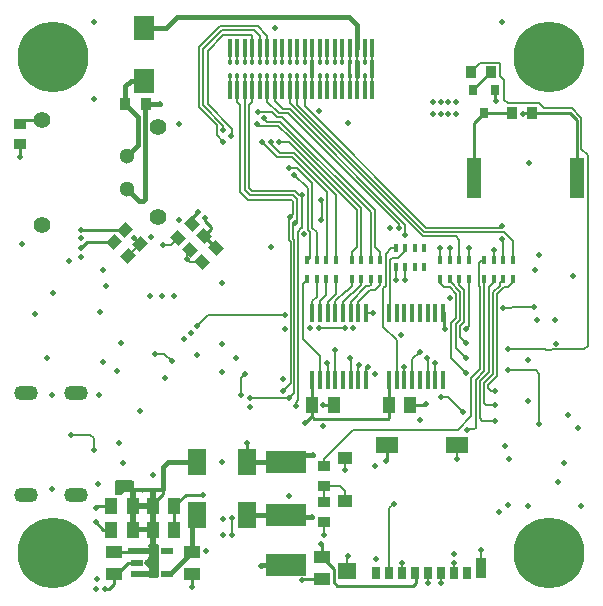
<source format=gbr>
%TF.GenerationSoftware,KiCad,Pcbnew,7.0.7*%
%TF.CreationDate,2024-01-21T18:01:16-05:00*%
%TF.ProjectId,Forerunner-Cubic-Mainboard,466f7265-7275-46e6-9e65-722d43756269,rev?*%
%TF.SameCoordinates,Original*%
%TF.FileFunction,Copper,L4,Bot*%
%TF.FilePolarity,Positive*%
%FSLAX46Y46*%
G04 Gerber Fmt 4.6, Leading zero omitted, Abs format (unit mm)*
G04 Created by KiCad (PCBNEW 7.0.7) date 2024-01-21 18:01:16*
%MOMM*%
%LPD*%
G01*
G04 APERTURE LIST*
G04 Aperture macros list*
%AMRoundRect*
0 Rectangle with rounded corners*
0 $1 Rounding radius*
0 $2 $3 $4 $5 $6 $7 $8 $9 X,Y pos of 4 corners*
0 Add a 4 corners polygon primitive as box body*
4,1,4,$2,$3,$4,$5,$6,$7,$8,$9,$2,$3,0*
0 Add four circle primitives for the rounded corners*
1,1,$1+$1,$2,$3*
1,1,$1+$1,$4,$5*
1,1,$1+$1,$6,$7*
1,1,$1+$1,$8,$9*
0 Add four rect primitives between the rounded corners*
20,1,$1+$1,$2,$3,$4,$5,0*
20,1,$1+$1,$4,$5,$6,$7,0*
20,1,$1+$1,$6,$7,$8,$9,0*
20,1,$1+$1,$8,$9,$2,$3,0*%
%AMRotRect*
0 Rectangle, with rotation*
0 The origin of the aperture is its center*
0 $1 length*
0 $2 width*
0 $3 Rotation angle, in degrees counterclockwise*
0 Add horizontal line*
21,1,$1,$2,0,0,$3*%
%AMFreePoly0*
4,1,13,0.200000,-0.800000,0.100000,-0.800000,0.100000,-1.200000,0.080902,-1.258779,0.030902,-1.295106,-0.030902,-1.295106,-0.080902,-1.258779,-0.100000,-1.200000,-0.100000,-0.800000,-0.200000,-0.800000,-0.200000,0.800000,0.200000,0.800000,0.200000,-0.800000,0.200000,-0.800000,$1*%
%AMFreePoly1*
4,1,13,0.080902,1.258779,0.100000,1.200000,0.100000,0.800000,0.200000,0.800000,0.200000,-0.800000,-0.200000,-0.800000,-0.200000,0.800000,-0.100000,0.800000,-0.100000,1.200000,-0.080902,1.258779,-0.030902,1.295106,0.030902,1.295106,0.080902,1.258779,0.080902,1.258779,$1*%
G04 Aperture macros list end*
%TA.AperFunction,ComponentPad*%
%ADD10C,6.000000*%
%TD*%
%TA.AperFunction,ComponentPad*%
%ADD11RoundRect,0.540000X-0.460000X0.060000X-0.460000X-0.060000X0.460000X-0.060000X0.460000X0.060000X0*%
%TD*%
%TA.AperFunction,ComponentPad*%
%ADD12C,1.300000*%
%TD*%
%TA.AperFunction,ComponentPad*%
%ADD13C,1.400000*%
%TD*%
%TA.AperFunction,ComponentPad*%
%ADD14C,0.457200*%
%TD*%
%TA.AperFunction,SMDPad,CuDef*%
%ADD15FreePoly0,180.000000*%
%TD*%
%TA.AperFunction,SMDPad,CuDef*%
%ADD16FreePoly1,180.000000*%
%TD*%
%TA.AperFunction,SMDPad,CuDef*%
%ADD17R,1.050000X1.400000*%
%TD*%
%TA.AperFunction,SMDPad,CuDef*%
%ADD18R,3.450000X1.850000*%
%TD*%
%TA.AperFunction,SMDPad,CuDef*%
%ADD19R,1.300000X3.400000*%
%TD*%
%TA.AperFunction,SMDPad,CuDef*%
%ADD20R,0.400000X0.800000*%
%TD*%
%TA.AperFunction,SMDPad,CuDef*%
%ADD21RotRect,0.950000X1.000000X315.000000*%
%TD*%
%TA.AperFunction,SMDPad,CuDef*%
%ADD22R,1.000000X0.600000*%
%TD*%
%TA.AperFunction,SMDPad,CuDef*%
%ADD23R,1.400000X1.050000*%
%TD*%
%TA.AperFunction,SMDPad,CuDef*%
%ADD24R,0.400000X1.570000*%
%TD*%
%TA.AperFunction,SMDPad,CuDef*%
%ADD25R,0.950000X1.000000*%
%TD*%
%TA.AperFunction,SMDPad,CuDef*%
%ADD26R,1.600000X2.300000*%
%TD*%
%TA.AperFunction,SMDPad,CuDef*%
%ADD27R,1.800000X2.000000*%
%TD*%
%TA.AperFunction,SMDPad,CuDef*%
%ADD28RotRect,0.950000X1.000000X225.000000*%
%TD*%
%TA.AperFunction,SMDPad,CuDef*%
%ADD29R,1.000000X0.950000*%
%TD*%
%TA.AperFunction,SMDPad,CuDef*%
%ADD30R,0.800000X0.900000*%
%TD*%
%TA.AperFunction,SMDPad,CuDef*%
%ADD31R,0.750000X1.100000*%
%TD*%
%TA.AperFunction,SMDPad,CuDef*%
%ADD32R,1.200000X1.000000*%
%TD*%
%TA.AperFunction,SMDPad,CuDef*%
%ADD33R,1.550000X1.350000*%
%TD*%
%TA.AperFunction,SMDPad,CuDef*%
%ADD34R,0.900000X1.800000*%
%TD*%
%TA.AperFunction,SMDPad,CuDef*%
%ADD35R,1.900000X1.350000*%
%TD*%
%TA.AperFunction,ViaPad*%
%ADD36C,0.508000*%
%TD*%
%TA.AperFunction,Conductor*%
%ADD37C,0.254000*%
%TD*%
%TA.AperFunction,Conductor*%
%ADD38C,0.152400*%
%TD*%
%TA.AperFunction,Conductor*%
%ADD39C,0.381000*%
%TD*%
%TA.AperFunction,Conductor*%
%ADD40C,0.200000*%
%TD*%
G04 APERTURE END LIST*
D10*
%TO.P,MH3,1,1*%
%TO.N,unconnected-(MH3-Pad1)*%
X46000000Y4000000D03*
%TD*%
%TO.P,MH4,1,1*%
%TO.N,unconnected-(MH4-Pad1)*%
X4000000Y4000000D03*
%TD*%
D11*
%TO.P,J1,MH1,SHLD*%
%TO.N,unconnected-(J1-SHLD-PadMH1)*%
X5925000Y17570000D03*
%TO.P,J1,MH2,SHLD*%
%TO.N,unconnected-(J1-SHLD-PadMH2)*%
X1745000Y17570000D03*
%TO.P,J1,MH3,SHLD*%
%TO.N,unconnected-(J1-SHLD-PadMH3)*%
X5925000Y8930000D03*
%TO.P,J1,MH4,SHLD*%
%TO.N,unconnected-(J1-SHLD-PadMH4)*%
X1745000Y8930000D03*
%TD*%
D10*
%TO.P,MH1,1,1*%
%TO.N,unconnected-(MH1-Pad1)*%
X4000000Y46000000D03*
%TD*%
D12*
%TO.P,J2,1,1*%
%TO.N,/SPE-PoDL_Interface/BI_DA+*%
X10275000Y34850000D03*
%TO.P,J2,2,2*%
%TO.N,/SPE-PoDL_Interface/BI_DA-*%
X10275000Y37650000D03*
D13*
%TO.P,J2,SHLD1,SHLD1*%
%TO.N,unconnected-(J2-PadSHLD1)*%
X3125000Y31800000D03*
%TO.P,J2,SHLD2,SHLD2*%
%TO.N,unconnected-(J2-PadSHLD2)*%
X12875000Y32450000D03*
%TO.P,J2,SHLD3,SHLD3*%
%TO.N,unconnected-(J2-PadSHLD3)*%
X12875000Y40050000D03*
%TO.P,J2,SHLD4,SHLD4*%
%TO.N,Net-(J2-PadSHLD4)*%
X3125000Y40700000D03*
%TD*%
D14*
%TO.P,J4,1,1*%
%TO.N,/Stacking_Connector/SHLD*%
X31032500Y44400000D03*
D15*
X31032500Y43200000D03*
D16*
%TO.P,J4,2,2*%
X31032500Y46800000D03*
D14*
X31032500Y45600000D03*
%TO.P,J4,3,3*%
%TO.N,+24V*%
X30397500Y44400000D03*
D15*
X30397500Y43200000D03*
D16*
%TO.P,J4,4,4*%
X30397500Y46800000D03*
D14*
X30397500Y45600000D03*
%TO.P,J4,5,5*%
%TO.N,24V_RTN*%
X29762500Y44400000D03*
D15*
X29762500Y43200000D03*
D16*
%TO.P,J4,6,6*%
X29762500Y46800000D03*
D14*
X29762500Y45600000D03*
%TO.P,J4,7,7*%
%TO.N,/Stacking_Connector/SHLD*%
X29127500Y44400000D03*
D15*
X29127500Y43200000D03*
D16*
%TO.P,J4,8,8*%
X29127500Y46800000D03*
D14*
X29127500Y45600000D03*
%TO.P,J4,9,9*%
%TO.N,+5VB*%
X28492500Y44400000D03*
D15*
X28492500Y43200000D03*
D16*
%TO.P,J4,10,10*%
X28492500Y46800000D03*
D14*
X28492500Y45600000D03*
%TO.P,J4,11,11*%
%TO.N,GND*%
X27857500Y44400000D03*
D15*
X27857500Y43200000D03*
D16*
%TO.P,J4,12,12*%
X27857500Y46800000D03*
D14*
X27857500Y45600000D03*
%TO.P,J4,13,13*%
%TO.N,+3V3*%
X27222500Y44400000D03*
D15*
X27222500Y43200000D03*
D16*
%TO.P,J4,14,14*%
X27222500Y46800000D03*
D14*
X27222500Y45600000D03*
%TO.P,J4,15,15*%
%TO.N,GND*%
X26587500Y44400000D03*
D15*
X26587500Y43200000D03*
D16*
%TO.P,J4,16,16*%
X26587500Y46800000D03*
D14*
X26587500Y45600000D03*
%TO.P,J4,17,17*%
%TO.N,/Stacking_Connector/SHLD*%
X25952500Y44400000D03*
D15*
X25952500Y43200000D03*
D16*
%TO.P,J4,18,18*%
X25952500Y46800000D03*
D14*
X25952500Y45600000D03*
%TO.P,J4,19,19*%
%TO.N,/ESP-32_Core/NRF24-TX-~{CS}*%
X25317500Y44400000D03*
D15*
X25317500Y43200000D03*
D16*
%TO.P,J4,20,20*%
%TO.N,/ESP-32_Core/NRF24-TX-IRQ*%
X25317500Y46800000D03*
D14*
X25317500Y45600000D03*
%TO.P,J4,21,21*%
%TO.N,/ESP-32_Core/NRF24-RX-~{CS}*%
X24682500Y44400000D03*
D15*
X24682500Y43200000D03*
D16*
%TO.P,J4,22,22*%
%TO.N,/ESP-32_Core/NRF24-RX-IRQ*%
X24682500Y46800000D03*
D14*
X24682500Y45600000D03*
%TO.P,J4,23,23*%
%TO.N,/ESP-32_Core/LoRa-~{CS}*%
X24047500Y44400000D03*
D15*
X24047500Y43200000D03*
D16*
%TO.P,J4,24,24*%
%TO.N,/ESP-32_Core/LoRa-IR*%
X24047500Y46800000D03*
D14*
X24047500Y45600000D03*
%TO.P,J4,25,25*%
%TO.N,GND*%
X23412500Y44400000D03*
D15*
X23412500Y43200000D03*
D16*
%TO.P,J4,26,26*%
%TO.N,/ESP-32_Core/MAX-8Q-~{CS}*%
X23412500Y46800000D03*
D14*
X23412500Y45600000D03*
%TO.P,J4,27,27*%
%TO.N,/Data_Storage/I2C.SDA*%
X22777500Y44400000D03*
D15*
X22777500Y43200000D03*
D16*
%TO.P,J4,28,28*%
%TO.N,/ESP-32_Core/BMX160-~{CS}*%
X22777500Y46800000D03*
D14*
X22777500Y45600000D03*
%TO.P,J4,29,29*%
%TO.N,/Data_Storage/I2C.SCL*%
X22142500Y44400000D03*
D15*
X22142500Y43200000D03*
D16*
%TO.P,J4,30,30*%
%TO.N,/ESP-32_Core/H3LIS-~{CS}*%
X22142500Y46800000D03*
D14*
X22142500Y45600000D03*
%TO.P,J4,31,31*%
%TO.N,GND*%
X21507500Y44400000D03*
D15*
X21507500Y43200000D03*
D16*
%TO.P,J4,32,32*%
%TO.N,/ESP-32_Core/MAGNETOMETER-~{CS}*%
X21507500Y46800000D03*
D14*
X21507500Y45600000D03*
%TO.P,J4,33,33*%
%TO.N,/Data_Storage/SPI1.MISO*%
X20872500Y44400000D03*
D15*
X20872500Y43200000D03*
D16*
%TO.P,J4,34,34*%
%TO.N,/ESP-32_Core/ADS1148-FS-~{CS}*%
X20872500Y46800000D03*
D14*
X20872500Y45600000D03*
%TO.P,J4,35,35*%
%TO.N,/Data_Storage/SPI1.MOSI*%
X20237500Y44400000D03*
D15*
X20237500Y43200000D03*
D16*
%TO.P,J4,36,36*%
%TO.N,/ESP-32_Core/MAX31856-1-~{CS}*%
X20237500Y46800000D03*
D14*
X20237500Y45600000D03*
%TO.P,J4,37,37*%
%TO.N,/Data_Storage/SPI1.SCLK*%
X19602500Y44400000D03*
D15*
X19602500Y43200000D03*
D16*
%TO.P,J4,38,38*%
%TO.N,/ESP-32_Core/MAX31856-2-~{CS}*%
X19602500Y46800000D03*
D14*
X19602500Y45600000D03*
%TO.P,J4,39,39*%
%TO.N,GND*%
X18967500Y44400000D03*
D15*
X18967500Y43200000D03*
D16*
%TO.P,J4,40,40*%
%TO.N,/ESP-32_Core/CONFIG-EXP-~{CS}*%
X18967500Y46800000D03*
D14*
X18967500Y45600000D03*
%TD*%
D10*
%TO.P,MH2,1,1*%
%TO.N,unconnected-(MH2-Pad1)*%
X46000000Y46000000D03*
%TD*%
D17*
%TO.P,C3,1*%
%TO.N,GND*%
X34275000Y16500000D03*
%TO.P,C3,2*%
%TO.N,+3V3*%
X32425000Y16500000D03*
%TD*%
D18*
%TO.P,TP2,1,1*%
%TO.N,+3V3*%
X23750000Y7250000D03*
%TD*%
D19*
%TO.P,LS1,1,1*%
%TO.N,+5VB*%
X48350000Y35750000D03*
%TO.P,LS1,2,2*%
%TO.N,Net-(Q1-D)*%
X39650000Y35750000D03*
%TD*%
D20*
%TO.P,R15,1*%
%TO.N,Net-(U3-QA)*%
X33050000Y29800000D03*
%TO.P,R15,2*%
%TO.N,Net-(U3-QB)*%
X33850000Y29800000D03*
%TO.P,R15,3*%
%TO.N,unconnected-(R15-Pad3)*%
X34650000Y29800000D03*
%TO.P,R15,4*%
%TO.N,unconnected-(R15-Pad4)*%
X35450000Y29800000D03*
%TO.P,R15,5*%
%TO.N,unconnected-(R15-Pad5)*%
X35450000Y28200000D03*
%TO.P,R15,6*%
%TO.N,unconnected-(R15-Pad6)*%
X34650000Y28200000D03*
%TO.P,R15,7*%
%TO.N,/ESP-32_Core/RST-ADIN1110*%
X33850000Y28200000D03*
%TO.P,R15,8*%
%TO.N,/Data_Storage/CARD-~{CS}*%
X33050000Y28200000D03*
%TD*%
D21*
%TO.P,C16,1*%
%TO.N,GND*%
X10148959Y31351041D03*
%TO.P,C16,2*%
%TO.N,+3V3*%
X11351041Y30148959D03*
%TD*%
D22*
%TO.P,U4,1,VIN*%
%TO.N,+VUSB*%
X11125000Y2250000D03*
%TO.P,U4,2,GND*%
%TO.N,GND*%
X11125000Y3200000D03*
%TO.P,U4,3,EN*%
%TO.N,+VUSB*%
X11125000Y4150000D03*
%TO.P,U4,4*%
%TO.N,unconnected-(U4-Pad4)*%
X13675000Y4150000D03*
%TO.P,U4,5,VOUT*%
%TO.N,Net-(U4-VOUT)*%
X13675000Y2250000D03*
%TD*%
D23*
%TO.P,C10,1*%
%TO.N,+VUSB*%
X9150000Y4125000D03*
%TO.P,C10,2*%
%TO.N,GND*%
X9150000Y2275000D03*
%TD*%
D24*
%TO.P,U2,1,QB*%
%TO.N,Net-(U2-QB)*%
X25975000Y24370000D03*
%TO.P,U2,2,QC*%
%TO.N,Net-(U2-QC)*%
X26625000Y24370000D03*
%TO.P,U2,3,QD*%
%TO.N,Net-(U2-QD)*%
X27275000Y24370000D03*
%TO.P,U2,4,QE*%
%TO.N,Net-(U2-QE)*%
X27925000Y24370000D03*
%TO.P,U2,5,QF*%
%TO.N,Net-(U2-QF)*%
X28575000Y24370000D03*
%TO.P,U2,6,QG*%
%TO.N,Net-(U2-QG)*%
X29225000Y24370000D03*
%TO.P,U2,7,QH*%
%TO.N,Net-(U2-QH)*%
X29875000Y24370000D03*
%TO.P,U2,8,GND*%
%TO.N,GND*%
X30525000Y24370000D03*
%TO.P,U2,9,QH'*%
%TO.N,Net-(U2-QH')*%
X30525000Y18630000D03*
%TO.P,U2,10,~{SRCLR}*%
%TO.N,/ESP-32_Core/~{SRCLR}*%
X29875000Y18630000D03*
%TO.P,U2,11,SRCLK*%
%TO.N,/ESP-32_Core/SRCLK*%
X29225000Y18630000D03*
%TO.P,U2,12,RCLK*%
%TO.N,unconnected-(U2-RCLK-Pad12)*%
X28575000Y18630000D03*
%TO.P,U2,13,~{OE}*%
%TO.N,/ESP-32_Core/SR-~{EN}*%
X27925000Y18630000D03*
%TO.P,U2,14,SER*%
%TO.N,/ESP-32_Core/SRDATA*%
X27275000Y18630000D03*
%TO.P,U2,15,QA*%
%TO.N,Net-(U2-QA)*%
X26625000Y18630000D03*
%TO.P,U2,16,VCC*%
%TO.N,+3V3*%
X25975000Y18630000D03*
%TD*%
D18*
%TO.P,TP1,1,1*%
%TO.N,+5VB*%
X23750000Y11750000D03*
%TD*%
D23*
%TO.P,C11,1*%
%TO.N,GND*%
X15825000Y2275000D03*
%TO.P,C11,2*%
%TO.N,Net-(U4-VOUT)*%
X15825000Y4125000D03*
%TD*%
D25*
%TO.P,C28,1*%
%TO.N,/SPE-PoDL_Interface/BI_DA-*%
X10150000Y42000000D03*
%TO.P,C28,2*%
%TO.N,/SPE-PoDL_Interface/BI_DA+*%
X11850000Y42000000D03*
%TD*%
D26*
%TO.P,D5,1,1*%
%TO.N,Net-(U4-VOUT)*%
X16170000Y7200000D03*
%TO.P,D5,2,2*%
%TO.N,+3V3*%
X20430000Y7200000D03*
%TD*%
D27*
%TO.P,L3,1*%
%TO.N,24V_RTN*%
X11750000Y48500000D03*
%TO.P,L3,2*%
%TO.N,/SPE-PoDL_Interface/BI_DA-*%
X11750000Y44000000D03*
%TD*%
D28*
%TO.P,C21,1*%
%TO.N,GND*%
X15801041Y31851041D03*
%TO.P,C21,2*%
%TO.N,Net-(U6-CEXT3)*%
X14598959Y30648959D03*
%TD*%
D29*
%TO.P,R30,1*%
%TO.N,GND*%
X1250000Y38650000D03*
%TO.P,R30,2*%
%TO.N,Net-(J2-PadSHLD4)*%
X1250000Y40350000D03*
%TD*%
D17*
%TO.P,C7,1*%
%TO.N,GND*%
X8950000Y8000000D03*
%TO.P,C7,2*%
%TO.N,+VUSB*%
X10800000Y8000000D03*
%TD*%
D18*
%TO.P,TP3,1,1*%
%TO.N,GND*%
X23750000Y3000000D03*
%TD*%
D17*
%TO.P,C5,1*%
%TO.N,GND*%
X14300000Y8000000D03*
%TO.P,C5,2*%
%TO.N,+VUSB*%
X12450000Y8000000D03*
%TD*%
D20*
%TO.P,R4,1*%
%TO.N,/Data_Storage/CARD-DETECT*%
X40550000Y28800000D03*
%TO.P,R4,2*%
%TO.N,/ESP-32_Core/SPE-LINK-STATUS*%
X41350000Y28800000D03*
%TO.P,R4,3*%
%TO.N,/ESP-32_Core/NRF24-TX-~{CS}*%
X42150000Y28800000D03*
%TO.P,R4,4*%
%TO.N,/ESP-32_Core/NRF24-RX-~{CS}*%
X42950000Y28800000D03*
%TO.P,R4,5*%
%TO.N,Net-(U1-IO33)*%
X42950000Y27200000D03*
%TO.P,R4,6*%
%TO.N,Net-(U1-IO32)*%
X42150000Y27200000D03*
%TO.P,R4,7*%
%TO.N,Net-(U1-IO35)*%
X41350000Y27200000D03*
%TO.P,R4,8*%
%TO.N,Net-(U1-IO34)*%
X40550000Y27200000D03*
%TD*%
D17*
%TO.P,C4,1*%
%TO.N,GND*%
X27775000Y16500000D03*
%TO.P,C4,2*%
%TO.N,+3V3*%
X25925000Y16500000D03*
%TD*%
%TO.P,C6,1*%
%TO.N,GND*%
X8950000Y6000000D03*
%TO.P,C6,2*%
%TO.N,+VUSB*%
X10800000Y6000000D03*
%TD*%
D21*
%TO.P,C17,1*%
%TO.N,GND*%
X9148959Y30351041D03*
%TO.P,C17,2*%
%TO.N,+3V3*%
X10351041Y29148959D03*
%TD*%
D20*
%TO.P,R13,1*%
%TO.N,Net-(U2-QD)*%
X27950000Y27200000D03*
%TO.P,R13,2*%
%TO.N,Net-(U2-QC)*%
X27150000Y27200000D03*
%TO.P,R13,3*%
%TO.N,Net-(U2-QB)*%
X26350000Y27200000D03*
%TO.P,R13,4*%
%TO.N,Net-(U2-QA)*%
X25550000Y27200000D03*
%TO.P,R13,5*%
%TO.N,/ESP-32_Core/BMX160-~{CS}*%
X25550000Y28800000D03*
%TO.P,R13,6*%
%TO.N,/ESP-32_Core/MAX-8Q-~{CS}*%
X26350000Y28800000D03*
%TO.P,R13,7*%
%TO.N,/ESP-32_Core/H3LIS-~{CS}*%
X27150000Y28800000D03*
%TO.P,R13,8*%
%TO.N,/ESP-32_Core/ADS1148-FS-~{CS}*%
X27950000Y28800000D03*
%TD*%
D29*
%TO.P,R34,1*%
%TO.N,Net-(J3-PadCD2)*%
X27000000Y9650000D03*
%TO.P,R34,2*%
%TO.N,/Data_Storage/CARD-DETECT*%
X27000000Y11350000D03*
%TD*%
D26*
%TO.P,D4,1,1*%
%TO.N,+VUSB*%
X16170000Y11700000D03*
%TO.P,D4,2,2*%
%TO.N,+5VB*%
X20430000Y11700000D03*
%TD*%
D20*
%TO.P,R5,1*%
%TO.N,/ESP-32_Core/NRF24-TX-IRQ*%
X36800000Y28800000D03*
%TO.P,R5,2*%
%TO.N,/ESP-32_Core/NRF24-RX-IRQ*%
X37600000Y28800000D03*
%TO.P,R5,3*%
%TO.N,/ESP-32_Core/LoRa-~{CS}*%
X38400000Y28800000D03*
%TO.P,R5,4*%
%TO.N,/ESP-32_Core/LoRa-IR*%
X39200000Y28800000D03*
%TO.P,R5,5*%
%TO.N,Net-(U1-IO14)*%
X39200000Y27200000D03*
%TO.P,R5,6*%
%TO.N,Net-(U1-IO27)*%
X38400000Y27200000D03*
%TO.P,R5,7*%
%TO.N,Net-(U1-IO26)*%
X37600000Y27200000D03*
%TO.P,R5,8*%
%TO.N,Net-(U1-IO25)*%
X36800000Y27200000D03*
%TD*%
D30*
%TO.P,Q1,1,G*%
%TO.N,Net-(Q1-G)*%
X39550000Y43250000D03*
%TO.P,Q1,2,S*%
%TO.N,GND*%
X41450000Y43250000D03*
%TO.P,Q1,3,D*%
%TO.N,Net-(Q1-D)*%
X40500000Y41250000D03*
%TD*%
D28*
%TO.P,C14,1*%
%TO.N,GND*%
X17801041Y29851041D03*
%TO.P,C14,2*%
%TO.N,+3V3*%
X16598959Y28648959D03*
%TD*%
D25*
%TO.P,R2,1*%
%TO.N,/ESP-32_Core/PIEZO*%
X39400000Y44750000D03*
%TO.P,R2,2*%
%TO.N,Net-(Q1-G)*%
X41100000Y44750000D03*
%TD*%
D20*
%TO.P,R14,1*%
%TO.N,Net-(U2-QH)*%
X31700000Y27200000D03*
%TO.P,R14,2*%
%TO.N,Net-(U2-QG)*%
X30900000Y27200000D03*
%TO.P,R14,3*%
%TO.N,Net-(U2-QF)*%
X30100000Y27200000D03*
%TO.P,R14,4*%
%TO.N,Net-(U2-QE)*%
X29300000Y27200000D03*
%TO.P,R14,5*%
%TO.N,/ESP-32_Core/MAGNETOMETER-~{CS}*%
X29300000Y28800000D03*
%TO.P,R14,6*%
%TO.N,/ESP-32_Core/MAX31856-1-~{CS}*%
X30100000Y28800000D03*
%TO.P,R14,7*%
%TO.N,/ESP-32_Core/MAX31856-2-~{CS}*%
X30900000Y28800000D03*
%TO.P,R14,8*%
%TO.N,/ESP-32_Core/CONFIG-EXP-~{CS}*%
X31700000Y28800000D03*
%TD*%
D17*
%TO.P,C8,1*%
%TO.N,GND*%
X14300000Y6000000D03*
%TO.P,C8,2*%
%TO.N,+VUSB*%
X12450000Y6000000D03*
%TD*%
D31*
%TO.P,J3,1,NC*%
%TO.N,unconnected-(J3-NC-Pad1)*%
X31395000Y2300000D03*
%TO.P,J3,2,~{CS}*%
%TO.N,/Data_Storage/CARD-~{CS}*%
X32495000Y2300000D03*
%TO.P,J3,3,DI*%
%TO.N,/Data_Storage/SPI1.MOSI*%
X33595000Y2300000D03*
%TO.P,J3,4,VCC*%
%TO.N,+3V3*%
X34695000Y2300000D03*
%TO.P,J3,5,SCLK*%
%TO.N,/Data_Storage/SPI1.SCLK*%
X35795000Y2300000D03*
%TO.P,J3,6,GND*%
%TO.N,GND*%
X36895000Y2300000D03*
%TO.P,J3,7,DO*%
%TO.N,/Data_Storage/SPI1.MISO*%
X37995000Y2300000D03*
%TO.P,J3,8,NC*%
%TO.N,unconnected-(J3-NC-Pad8)*%
X39095000Y2300000D03*
D32*
%TO.P,J3,CD1,CD1*%
%TO.N,+3V3*%
X28760000Y12060000D03*
%TO.P,J3,CD2,CD2*%
%TO.N,Net-(J3-PadCD2)*%
X28760000Y8450000D03*
D33*
%TO.P,J3,G1,SHLD1*%
%TO.N,GND*%
X28935000Y2475000D03*
D34*
%TO.P,J3,G2,SHLD2*%
X40250000Y2700000D03*
D35*
%TO.P,J3,G3,SHLD3*%
X38230000Y13125000D03*
%TO.P,J3,G4,SHLD4*%
X32260000Y13125000D03*
%TD*%
D23*
%TO.P,C29,1*%
%TO.N,GND*%
X26750000Y1825000D03*
%TO.P,C29,2*%
%TO.N,+3V3*%
X26750000Y3675000D03*
%TD*%
D24*
%TO.P,U3,1,QB*%
%TO.N,Net-(U3-QB)*%
X32475000Y24370000D03*
%TO.P,U3,2,QC*%
%TO.N,unconnected-(U3-QC-Pad2)*%
X33125000Y24370000D03*
%TO.P,U3,3,QD*%
%TO.N,unconnected-(U3-QD-Pad3)*%
X33775000Y24370000D03*
%TO.P,U3,4,QE*%
%TO.N,unconnected-(U3-QE-Pad4)*%
X34425000Y24370000D03*
%TO.P,U3,5,QF*%
%TO.N,unconnected-(U3-QF-Pad5)*%
X35075000Y24370000D03*
%TO.P,U3,6,QG*%
%TO.N,unconnected-(U3-QG-Pad6)*%
X35725000Y24370000D03*
%TO.P,U3,7,QH*%
%TO.N,unconnected-(U3-QH-Pad7)*%
X36375000Y24370000D03*
%TO.P,U3,8,GND*%
%TO.N,GND*%
X37025000Y24370000D03*
%TO.P,U3,9,QH'*%
%TO.N,unconnected-(U3-QH'-Pad9)*%
X37025000Y18630000D03*
%TO.P,U3,10,~{SRCLR}*%
%TO.N,/ESP-32_Core/~{SRCLR}*%
X36375000Y18630000D03*
%TO.P,U3,11,SRCLK*%
%TO.N,/ESP-32_Core/SRCLK*%
X35725000Y18630000D03*
%TO.P,U3,12,RCLK*%
%TO.N,unconnected-(U3-RCLK-Pad12)*%
X35075000Y18630000D03*
%TO.P,U3,13,~{OE}*%
%TO.N,/ESP-32_Core/SR-~{EN}*%
X34425000Y18630000D03*
%TO.P,U3,14,SER*%
%TO.N,Net-(U2-QH')*%
X33775000Y18630000D03*
%TO.P,U3,15,QA*%
%TO.N,Net-(U3-QA)*%
X33125000Y18630000D03*
%TO.P,U3,16,VCC*%
%TO.N,+3V3*%
X32475000Y18630000D03*
%TD*%
D28*
%TO.P,C15,1*%
%TO.N,GND*%
X16801041Y30851041D03*
%TO.P,C15,2*%
%TO.N,+3V3*%
X15598959Y29648959D03*
%TD*%
D25*
%TO.P,R3,1*%
%TO.N,Net-(Q1-D)*%
X42900000Y41250000D03*
%TO.P,R3,2*%
%TO.N,+5VB*%
X44600000Y41250000D03*
%TD*%
D29*
%TO.P,R33,1*%
%TO.N,Net-(J3-PadCD2)*%
X27000000Y8350000D03*
%TO.P,R33,2*%
%TO.N,GND*%
X27000000Y6650000D03*
%TD*%
D36*
%TO.N,GND*%
X7850000Y9850000D03*
X12450000Y10600000D03*
X6400000Y29100000D03*
X16978502Y4200000D03*
X14700000Y40300000D03*
X48450000Y14600000D03*
X9961727Y11638273D03*
X6400000Y30650000D03*
X19500000Y20550000D03*
X41750000Y7500000D03*
X48750000Y8000000D03*
X6400000Y31350000D03*
X25100000Y1700000D03*
X22500000Y29950000D03*
X35100000Y15300000D03*
X32550000Y31500000D03*
X8250000Y20200000D03*
X31250000Y19150000D03*
X46500000Y23750000D03*
X3900000Y17400000D03*
X14250000Y25750000D03*
X37220300Y23000000D03*
X7650000Y6600000D03*
X44300000Y37000000D03*
X1200000Y37500000D03*
X25250000Y31000000D03*
X7900000Y17400000D03*
X38250000Y12000000D03*
X32200000Y11800000D03*
X37950000Y3900000D03*
X16700000Y8950000D03*
X6400000Y29850000D03*
X23500000Y18750000D03*
X15800000Y1100000D03*
X27000000Y5500000D03*
X20697818Y16392507D03*
X29000000Y40450000D03*
X48075000Y27425000D03*
X11400000Y16000000D03*
X16206575Y20783297D03*
X21600000Y2950000D03*
X31250000Y11400000D03*
X31400000Y3464700D03*
X23659900Y23000000D03*
X18350000Y26850000D03*
X2500000Y24250000D03*
X14700000Y32200000D03*
X47300000Y11650000D03*
X16900000Y32400000D03*
X9623718Y13297172D03*
X26500000Y41450000D03*
X38119006Y42176500D03*
X37613100Y25600000D03*
X38124691Y41161500D03*
X18300000Y21700000D03*
X13250000Y25750000D03*
X46750000Y10000000D03*
X26903502Y16500000D03*
X12350000Y30750000D03*
X42000000Y48950000D03*
X7500000Y42450000D03*
X42600000Y12000000D03*
X36900000Y1482100D03*
X35600000Y16600000D03*
X8000000Y24450000D03*
X16300000Y32900000D03*
X12250000Y25750000D03*
X46572851Y21706700D03*
X31070000Y24370000D03*
X8250000Y27956700D03*
X29000000Y3750000D03*
X45150000Y29250000D03*
X45000000Y23750000D03*
X8400000Y1000000D03*
X41500000Y42250000D03*
X3900000Y9450000D03*
X26900000Y14750000D03*
X18300000Y19350000D03*
X44250000Y8000000D03*
X7500000Y48950000D03*
X7650000Y7850000D03*
X40250000Y4250000D03*
X18300000Y11700000D03*
%TO.N,+VUSB*%
X9550000Y9900000D03*
X10200000Y9900000D03*
X13317500Y9429235D03*
%TO.N,/USB_Input/3V3_FTDI*%
X19176498Y7000000D03*
X19200000Y5500000D03*
%TO.N,+3V3*%
X15378221Y28871779D03*
X4043300Y26000000D03*
X10850000Y30700000D03*
X28750000Y11000000D03*
X44800000Y28000000D03*
X25337000Y15050000D03*
X26700000Y4800000D03*
X5400000Y28750000D03*
X9777848Y21777848D03*
X1400000Y30150000D03*
X25950000Y7100000D03*
X44250000Y20350000D03*
X42300000Y13050000D03*
X42500000Y8050000D03*
X9450000Y19450000D03*
%TO.N,/SPE-PoDL_Interface/BI_DA+*%
X13100000Y42000000D03*
%TO.N,/USB_Input/USB_N*%
X5525202Y14005796D03*
X7516446Y12753870D03*
%TO.N,+5VB*%
X20450000Y13350000D03*
X3550000Y20500000D03*
X43828502Y41200000D03*
X26044000Y12300000D03*
%TO.N,/SPE-PoDL_Interface/SPE-LED*%
X15100000Y22100000D03*
X13500000Y18800000D03*
%TO.N,/Data_Storage/SPI1.MOSI*%
X24540600Y31915525D03*
X20694100Y17100000D03*
X24000000Y8850000D03*
X33600000Y3150000D03*
X24009997Y17100000D03*
%TO.N,/Data_Storage/SPI1.SCLK*%
X12670300Y20900000D03*
X24070427Y32444200D03*
X14082100Y20273739D03*
X23500000Y17750000D03*
X35750000Y1482100D03*
%TO.N,/Data_Storage/SPI1.MISO*%
X25070300Y34300000D03*
X24550000Y16450000D03*
X37950000Y3150000D03*
%TO.N,/ESP-32_Core/NRF24-TX-~{CS}*%
X42025445Y30625445D03*
X42050000Y31729700D03*
%TO.N,/ESP-32_Core/NRF24-TX-IRQ*%
X36800000Y29850000D03*
X36184994Y41161500D03*
X36200000Y42176500D03*
%TO.N,/ESP-32_Core/NRF24-RX-IRQ*%
X36850000Y42176500D03*
X37600000Y29850000D03*
X36855685Y41161500D03*
%TO.N,/ESP-32_Core/LoRa-IR*%
X37490188Y41161500D03*
X37484503Y42176500D03*
X39200000Y29850000D03*
%TO.N,/ESP-32_Core/MAX-8Q-~{CS}*%
X23997068Y36593518D03*
%TO.N,/ESP-32_Core/BMX160-~{CS}*%
X24450000Y36050000D03*
X22800000Y48429700D03*
%TO.N,/Data_Storage/CARD-~{CS}*%
X33082100Y27100000D03*
X32850000Y8200000D03*
X33462285Y22462300D03*
%TO.N,/ESP-32_Core/MAGNETOMETER-~{CS}*%
X18450000Y39800000D03*
X23163919Y38800730D03*
%TO.N,/ESP-32_Core/ADS1148-FS-~{CS}*%
X19118346Y39329289D03*
X22449555Y38799555D03*
%TO.N,/ESP-32_Core/MAX31856-1-~{CS}*%
X21300000Y40320300D03*
%TO.N,/ESP-32_Core/MAX31856-2-~{CS}*%
X21850128Y40820731D03*
%TO.N,/ESP-32_Core/CONFIG-EXP-~{CS}*%
X21387972Y41379700D03*
%TO.N,/ESP-32_Core/H3LIS-~{CS}*%
X21700000Y38800000D03*
X18450000Y38800000D03*
%TO.N,/ESP-32_Core/~{RTS}*%
X44250000Y16900000D03*
X7692497Y1000000D03*
%TO.N,/ESP-32_Core/~{DTR}*%
X7725537Y1824463D03*
X45200000Y14950000D03*
X42550000Y19500000D03*
%TO.N,/ESP-32_Core/GPIO0*%
X36850000Y17200000D03*
X38725000Y15925000D03*
X47653282Y15654172D03*
%TO.N,/USB_Input/~{FTDI-LED}*%
X18400000Y5517900D03*
X18400000Y6929700D03*
%TO.N,/ESP-32_Core/LED*%
X19975445Y17370300D03*
X20265368Y19134500D03*
%TO.N,/ESP-32_Core/PIEZO*%
X42550000Y21250000D03*
%TO.N,/ESP-32_Core/RST-ADIN1110*%
X23650000Y24150000D03*
X29400000Y23050000D03*
X16200000Y23250000D03*
X33850000Y27100000D03*
%TO.N,/Data_Storage/FLASH-~{CS}*%
X26724300Y32165500D03*
X26724300Y33929700D03*
%TO.N,/ESP-32_Core/ADIN1110-~{CS}*%
X25750000Y23050000D03*
X8500000Y26617900D03*
%TO.N,Net-(U6-CEXT3)*%
X13300000Y30050000D03*
%TO.N,/ESP-32_Core/SPE-LINK-STATUS*%
X15691527Y22678247D03*
X41350000Y29700000D03*
X26500000Y23050000D03*
X28725000Y23050000D03*
%TO.N,Net-(U1-IO33)*%
X41450000Y17700000D03*
%TO.N,Net-(U1-IO32)*%
X41400000Y16500000D03*
%TO.N,Net-(U1-IO35)*%
X41450000Y15200000D03*
%TO.N,Net-(U1-IO34)*%
X39046611Y14424300D03*
%TO.N,Net-(U1-IO25)*%
X39000000Y19250000D03*
%TO.N,Net-(U1-IO26)*%
X39000000Y20500000D03*
%TO.N,Net-(U1-IO27)*%
X39000000Y21750000D03*
%TO.N,Net-(U1-IO14)*%
X39000000Y23000000D03*
%TO.N,/ESP-32_Core/SR-~{EN}*%
X27900000Y21200000D03*
X35050000Y21050500D03*
%TO.N,/ESP-32_Core/SRCLK*%
X35700000Y20550000D03*
X29200000Y20529700D03*
%TO.N,/ESP-32_Core/SRDATA*%
X27204815Y20113095D03*
%TO.N,/ESP-32_Core/~{SRCLR}*%
X36350000Y20100000D03*
X29900000Y19970300D03*
%TO.N,Net-(U2-QH')*%
X30700000Y19800000D03*
X33775289Y19800000D03*
%TO.N,/Data_Storage/I2C.SDA*%
X33850000Y30950000D03*
%TO.N,/Data_Storage/I2C.SCL*%
X42136900Y24766152D03*
X33320300Y31498654D03*
X44700000Y24800000D03*
%TD*%
D37*
%TO.N,GND*%
X41450000Y43250000D02*
X41450000Y42300000D01*
X15250000Y8950000D02*
X16700000Y8950000D01*
X9150000Y2275000D02*
X9150000Y1350000D01*
D38*
X36895000Y1487100D02*
X36900000Y1482100D01*
X28935000Y3685000D02*
X29000000Y3750000D01*
D37*
X6401041Y31351041D02*
X6400000Y31350000D01*
X32260000Y13125000D02*
X32260000Y11860000D01*
X32260000Y11860000D02*
X32200000Y11800000D01*
X6901041Y30351041D02*
X6400000Y29850000D01*
X9150000Y1350000D02*
X8800000Y1000000D01*
D38*
X38230000Y12020000D02*
X38250000Y12000000D01*
D37*
X14300000Y8000000D02*
X15250000Y8950000D01*
X34275000Y16500000D02*
X35500000Y16500000D01*
X9148959Y30351041D02*
X6901041Y30351041D01*
X11125000Y3200000D02*
X10336594Y3200000D01*
X41450000Y42300000D02*
X41500000Y42250000D01*
X25100000Y1700000D02*
X25225000Y1825000D01*
X17801041Y29851041D02*
X16801041Y30851041D01*
X16900000Y32100000D02*
X16900000Y32400000D01*
X17400000Y31600000D02*
X16900000Y32100000D01*
D38*
X31100000Y24400000D02*
X31070000Y24370000D01*
D39*
X23750000Y3000000D02*
X21650000Y3000000D01*
D37*
X8950000Y6000000D02*
X8250000Y6000000D01*
X15801041Y32401041D02*
X16300000Y32900000D01*
X15825000Y1125000D02*
X15800000Y1100000D01*
X37125000Y24420000D02*
X37125000Y23095300D01*
D38*
X40250000Y2700000D02*
X40250000Y4250000D01*
D37*
X9411594Y2275000D02*
X9150000Y2275000D01*
X16801041Y30851041D02*
X17400000Y31450000D01*
D38*
X27000000Y6650000D02*
X27000000Y5500000D01*
X30525000Y24370000D02*
X31070000Y24370000D01*
X36895000Y2300000D02*
X36895000Y1487100D01*
D37*
X25225000Y1825000D02*
X26750000Y1825000D01*
D39*
X21650000Y3000000D02*
X21600000Y2950000D01*
D37*
X1250000Y37550000D02*
X1200000Y37500000D01*
X15825000Y2275000D02*
X15825000Y1125000D01*
X17400000Y31450000D02*
X17400000Y31600000D01*
X8800000Y1000000D02*
X8400000Y1000000D01*
X10336594Y3200000D02*
X9411594Y2275000D01*
X26903502Y16500000D02*
X27775000Y16500000D01*
X8950000Y8000000D02*
X7800000Y8000000D01*
X37125000Y23095300D02*
X37220300Y23000000D01*
D38*
X38230000Y13125000D02*
X38230000Y12020000D01*
D37*
X1250000Y38650000D02*
X1250000Y37550000D01*
X35500000Y16500000D02*
X35600000Y16600000D01*
X10148959Y31351041D02*
X6401041Y31351041D01*
X7800000Y8000000D02*
X7650000Y7850000D01*
X15801041Y31851041D02*
X15801041Y32401041D01*
D38*
X28935000Y2475000D02*
X28935000Y3685000D01*
D37*
X8250000Y6000000D02*
X7650000Y6600000D01*
X14300000Y8000000D02*
X14300000Y6000000D01*
D39*
%TO.N,+VUSB*%
X13317500Y9429235D02*
X13317500Y11267500D01*
D37*
X13317500Y9042500D02*
X12450000Y8175000D01*
X11100000Y4125000D02*
X11125000Y4150000D01*
X9150000Y4125000D02*
X11100000Y4125000D01*
D39*
X13750000Y11700000D02*
X16170000Y11700000D01*
X13317500Y11267500D02*
X13750000Y11700000D01*
D37*
X13317500Y9429235D02*
X13317500Y9042500D01*
X12450000Y8175000D02*
X12450000Y8000000D01*
D38*
%TO.N,/USB_Input/3V3_FTDI*%
X19176498Y7000000D02*
X19176498Y5523502D01*
X19176498Y5523502D02*
X19200000Y5500000D01*
D37*
%TO.N,+3V3*%
X32475000Y16550000D02*
X32425000Y16500000D01*
X26750000Y3675000D02*
X26779000Y3675000D01*
X25975000Y18630000D02*
X25975000Y16550000D01*
X27777000Y1529000D02*
X28056000Y1250000D01*
D38*
X15378221Y28871779D02*
X15601041Y28648959D01*
D37*
X25925000Y16500000D02*
X25925000Y15588000D01*
D38*
X15601041Y28648959D02*
X16598959Y28648959D01*
D37*
X26155800Y15357200D02*
X32350000Y15357200D01*
X34750000Y2245000D02*
X34695000Y2300000D01*
D39*
X23700000Y7200000D02*
X23750000Y7250000D01*
D38*
X28760000Y12060000D02*
X28760000Y11010000D01*
D37*
X27777000Y2677000D02*
X27777000Y1529000D01*
X32425000Y15432200D02*
X32425000Y16500000D01*
D38*
X10850000Y30700000D02*
X11351041Y30148959D01*
D37*
X25975000Y16550000D02*
X25925000Y16500000D01*
D39*
X23900000Y7100000D02*
X23750000Y7250000D01*
D38*
X15378221Y28871779D02*
X15378221Y29428221D01*
D39*
X25950000Y7100000D02*
X23900000Y7100000D01*
D37*
X26779000Y3675000D02*
X27777000Y2677000D01*
D38*
X10351041Y29148959D02*
X11351041Y30148959D01*
D37*
X34500000Y1250000D02*
X34750000Y1500000D01*
X32350000Y15357200D02*
X32425000Y15432200D01*
X28056000Y1250000D02*
X34500000Y1250000D01*
X32475000Y18630000D02*
X32475000Y16550000D01*
X25925000Y15588000D02*
X25387000Y15050000D01*
X25925000Y15588000D02*
X26155800Y15357200D01*
X25387000Y15050000D02*
X25337000Y15050000D01*
X26750000Y3675000D02*
X26750000Y4750000D01*
D38*
X15378221Y29428221D02*
X15598959Y29648959D01*
D37*
X34750000Y1500000D02*
X34750000Y2245000D01*
X26750000Y4750000D02*
X26700000Y4800000D01*
D39*
X20430000Y7200000D02*
X23700000Y7200000D01*
D38*
X28760000Y11010000D02*
X28750000Y11000000D01*
D39*
%TO.N,/SPE-PoDL_Interface/BI_DA-*%
X10600000Y44000000D02*
X10150000Y43550000D01*
X11203500Y38578500D02*
X11203500Y40946500D01*
X10275000Y37650000D02*
X11203500Y38578500D01*
X11750000Y44000000D02*
X10600000Y44000000D01*
X11203500Y40946500D02*
X10150000Y42000000D01*
X10150000Y43550000D02*
X10150000Y42000000D01*
%TO.N,/SPE-PoDL_Interface/BI_DA+*%
X11784500Y41934500D02*
X11850000Y42000000D01*
X11600000Y33800000D02*
X11784500Y33984500D01*
X11850000Y42000000D02*
X13100000Y42000000D01*
X10275000Y34850000D02*
X11325000Y33800000D01*
X11784500Y33984500D02*
X11784500Y41934500D01*
X11325000Y33800000D02*
X11600000Y33800000D01*
D40*
%TO.N,/USB_Input/USB_N*%
X7475000Y13711592D02*
X7475000Y12775000D01*
D38*
X7496130Y12753870D02*
X7475000Y12775000D01*
D40*
X7180796Y14005796D02*
X5525202Y14005796D01*
D38*
X7516446Y12753870D02*
X7496130Y12753870D01*
D40*
X7180796Y14005796D02*
X7475000Y13711592D01*
D39*
%TO.N,+5VB*%
X26044000Y12300000D02*
X24300000Y12300000D01*
D37*
X43828502Y41200000D02*
X43878502Y41250000D01*
X43878502Y41250000D02*
X44600000Y41250000D01*
X47750000Y41250000D02*
X44600000Y41250000D01*
X20450000Y13350000D02*
X20450000Y11720000D01*
X20450000Y11720000D02*
X20430000Y11700000D01*
D39*
X23700000Y11700000D02*
X23750000Y11750000D01*
D37*
X48350000Y40650000D02*
X47750000Y41250000D01*
D39*
X24300000Y12300000D02*
X23750000Y11750000D01*
X20430000Y11700000D02*
X23700000Y11700000D01*
D37*
X48350000Y35750000D02*
X48350000Y40650000D01*
D38*
%TO.N,/Data_Storage/SPI1.MOSI*%
X24447600Y17537603D02*
X24447600Y30554214D01*
X24540600Y31915525D02*
X24654000Y32028925D01*
X24654000Y33966482D02*
X24333668Y34286814D01*
X20237500Y34760868D02*
X20237500Y43200000D01*
X33600000Y3150000D02*
X33600000Y2305000D01*
X24447600Y30554214D02*
X24367400Y30634414D01*
X24654000Y32028925D02*
X24654000Y33966482D01*
X20711554Y34286814D02*
X20237500Y34760868D01*
X24367400Y30634414D02*
X24367400Y31742325D01*
X20694100Y17100000D02*
X24009997Y17100000D01*
X24333668Y34286814D02*
X20711554Y34286814D01*
X24367400Y31742325D02*
X24540600Y31915525D01*
X24009997Y17100000D02*
X24447600Y17537603D01*
X33600000Y2305000D02*
X33595000Y2300000D01*
%TO.N,/Data_Storage/SPI1.SCLK*%
X24301600Y32675374D02*
X24301600Y33820514D01*
X12670300Y20900000D02*
X13455839Y20900000D01*
X20565586Y33934414D02*
X19885100Y34614900D01*
X13455839Y20900000D02*
X14082100Y20273739D01*
X24010400Y32384174D02*
X24088113Y32461887D01*
X23500000Y17750000D02*
X24168200Y18418200D01*
X24070427Y32444200D02*
X24070427Y32444201D01*
X24010400Y30493045D02*
X24010400Y32384174D01*
X24301600Y33820514D02*
X24187700Y33934414D01*
X35750000Y2255000D02*
X35795000Y2300000D01*
X24187700Y33934414D02*
X20565586Y33934414D01*
X19602500Y42197500D02*
X19602500Y43200000D01*
X24088113Y32461887D02*
X24301600Y32675374D01*
X24168200Y18418200D02*
X24168200Y30335245D01*
X19885100Y41914900D02*
X19602500Y42197500D01*
X35750000Y1482100D02*
X35750000Y2255000D01*
X19885100Y34614900D02*
X19885100Y41914900D01*
X24070427Y32444201D02*
X24088113Y32461887D01*
X24168200Y30335245D02*
X24010400Y30493045D01*
%TO.N,/Data_Storage/SPI1.MISO*%
X24818850Y34300000D02*
X25070300Y34300000D01*
X24719800Y31219617D02*
X25030383Y31530200D01*
X24550000Y16450000D02*
X24550000Y16729394D01*
X25070300Y31530200D02*
X25070300Y34300000D01*
X25030383Y31530200D02*
X25070300Y31530200D01*
X24800000Y16979394D02*
X24800000Y30700183D01*
X24719800Y30780383D02*
X24719800Y31219617D01*
X37950000Y2345000D02*
X37995000Y2300000D01*
X20857522Y34639214D02*
X24479636Y34639214D01*
X20589900Y34906836D02*
X20857522Y34639214D01*
X24550000Y16729394D02*
X24800000Y16979394D01*
X24479636Y34639214D02*
X24818850Y34300000D01*
X24800000Y30700183D02*
X24719800Y30780383D01*
X20872500Y42222500D02*
X20589900Y41939900D01*
X20589900Y41939900D02*
X20589900Y34906836D01*
X37950000Y3150000D02*
X37950000Y2345000D01*
X20872500Y43200000D02*
X20872500Y42222500D01*
%TO.N,Net-(J3-PadCD2)*%
X27000000Y9650000D02*
X27000000Y8350000D01*
X28350000Y9650000D02*
X27000000Y9650000D01*
X28760000Y8450000D02*
X28760000Y9240000D01*
X28760000Y9240000D02*
X28350000Y9650000D01*
D39*
%TO.N,24V_RTN*%
X29100000Y49400000D02*
X14500000Y49400000D01*
X13600000Y48500000D02*
X11750000Y48500000D01*
X29762500Y45600000D02*
X29762500Y44400000D01*
X29762500Y48737500D02*
X29100000Y49400000D01*
X14500000Y49400000D02*
X13600000Y48500000D01*
X29762500Y46800000D02*
X29762500Y48737500D01*
D38*
%TO.N,/ESP-32_Core/NRF24-TX-~{CS}*%
X42150000Y28800000D02*
X42150000Y30608652D01*
X42050000Y31653500D02*
X41948900Y31552400D01*
X41948900Y31552400D02*
X35594336Y31552400D01*
X35594336Y31552400D02*
X25317500Y41829236D01*
X42150000Y30608652D02*
X42031076Y30727576D01*
X25317500Y41829236D02*
X25317500Y43200000D01*
%TO.N,/ESP-32_Core/NRF24-TX-IRQ*%
X36800000Y28800000D02*
X36800000Y29850000D01*
%TO.N,/ESP-32_Core/NRF24-RX-~{CS}*%
X24682500Y43200000D02*
X24682500Y41965868D01*
X42200000Y31200000D02*
X42950000Y30450000D01*
X42950000Y30450000D02*
X42950000Y28800000D01*
X35448368Y31200000D02*
X42200000Y31200000D01*
X24682500Y41965868D02*
X35448368Y31200000D01*
%TO.N,/ESP-32_Core/NRF24-RX-IRQ*%
X37600000Y28800000D02*
X37600000Y29850000D01*
%TO.N,/ESP-32_Core/LoRa-~{CS}*%
X35302400Y30847600D02*
X38102400Y30847600D01*
X24047500Y42102500D02*
X35302400Y30847600D01*
X38102400Y30847600D02*
X38400000Y30550000D01*
X38400000Y30550000D02*
X38400000Y28800000D01*
X24047500Y43200000D02*
X24047500Y42102500D01*
%TO.N,/ESP-32_Core/LoRa-IR*%
X39200000Y28800000D02*
X39200000Y29850000D01*
%TO.N,/ESP-32_Core/MAX-8Q-~{CS}*%
X24704850Y36593518D02*
X25952400Y35345968D01*
X26350000Y31148186D02*
X26350000Y28800000D01*
X25952400Y35345968D02*
X25952400Y31545786D01*
X25952400Y31545786D02*
X26350000Y31148186D01*
X23997068Y36593518D02*
X24704850Y36593518D01*
%TO.N,/ESP-32_Core/BMX160-~{CS}*%
X25780200Y31219617D02*
X25780200Y29030200D01*
X24450000Y36050000D02*
X25600000Y34900000D01*
X25600000Y34900000D02*
X25600000Y31399817D01*
X25780200Y29030200D02*
X25550000Y28800000D01*
X25600000Y31399817D02*
X25780200Y31219617D01*
%TO.N,/Data_Storage/CARD-~{CS}*%
X33050000Y27132100D02*
X33082100Y27100000D01*
X32500000Y7850000D02*
X32500000Y4209900D01*
X32850000Y8200000D02*
X32500000Y7850000D01*
X32495000Y4204900D02*
X32495000Y2300000D01*
X32500000Y4209900D02*
X32495000Y4204900D01*
X33050000Y28200000D02*
X33050000Y27132100D01*
%TO.N,/ESP-32_Core/MAGNETOMETER-~{CS}*%
X18450000Y40200000D02*
X16750000Y41900000D01*
X18300000Y48250000D02*
X21050000Y48250000D01*
X23993472Y38800000D02*
X29747600Y33045872D01*
X16750000Y41900000D02*
X16750000Y46700000D01*
X29747600Y33045872D02*
X29747600Y29947600D01*
X23700000Y38800000D02*
X23993472Y38800000D01*
X21507500Y47792500D02*
X21507500Y46800000D01*
X18450000Y39800000D02*
X18450000Y40200000D01*
X29747600Y29947600D02*
X29300000Y29500000D01*
X29300000Y29500000D02*
X29300000Y28800000D01*
X23700000Y38800000D02*
X23164649Y38800000D01*
X21050000Y48250000D02*
X21507500Y47792500D01*
X23164649Y38800000D02*
X23163919Y38800730D01*
X16750000Y46700000D02*
X18300000Y48250000D01*
%TO.N,/ESP-32_Core/ADS1148-FS-~{CS}*%
X20872500Y47777500D02*
X20752400Y47897600D01*
X23197600Y37902400D02*
X24392704Y37902400D01*
X27950000Y34345104D02*
X27950000Y28800000D01*
X20752400Y47897600D02*
X18447600Y47897600D01*
X20872500Y46800000D02*
X20872500Y47777500D01*
X22449555Y38799555D02*
X22449555Y38650445D01*
X22449555Y38650445D02*
X23197600Y37902400D01*
X19200500Y39949500D02*
X19200500Y39411443D01*
X24392704Y37902400D02*
X27950000Y34345104D01*
X17102400Y46552400D02*
X17102400Y42047600D01*
X19200500Y39411443D02*
X19118346Y39329289D01*
X18447600Y47897600D02*
X17102400Y46552400D01*
X17102400Y42047600D02*
X19200500Y39949500D01*
%TO.N,/ESP-32_Core/MAX31856-1-~{CS}*%
X21429900Y40190400D02*
X23101440Y40190400D01*
X23101440Y40190400D02*
X24070920Y39220920D01*
X21300000Y40320300D02*
X21429900Y40190400D01*
X30100000Y33191840D02*
X30100000Y28800000D01*
X24070920Y39220920D02*
X30100000Y33191840D01*
%TO.N,/ESP-32_Core/MAX31856-2-~{CS}*%
X23247408Y40542800D02*
X30900000Y32890208D01*
X30900000Y32890208D02*
X30900000Y28800000D01*
X22128059Y40542800D02*
X23247408Y40542800D01*
X21850128Y40820731D02*
X22128059Y40542800D01*
%TO.N,/ESP-32_Core/CONFIG-EXP-~{CS}*%
X23393376Y40895200D02*
X31252400Y33036176D01*
X21400000Y41350000D02*
X22532498Y41350000D01*
X31252400Y29947600D02*
X31700000Y29500000D01*
X21400000Y41367672D02*
X21387972Y41379700D01*
X22987298Y40895200D02*
X23393376Y40895200D01*
X21400000Y41350000D02*
X21400000Y41367672D01*
X31252400Y33036176D02*
X31252400Y29947600D01*
X22532498Y41350000D02*
X22987298Y40895200D01*
X31700000Y29500000D02*
X31700000Y28800000D01*
%TO.N,/ESP-32_Core/H3LIS-~{CS}*%
X22142500Y47807500D02*
X22142500Y46800000D01*
X16397600Y41754032D02*
X16397600Y46845968D01*
X18450000Y38800000D02*
X17869800Y39380200D01*
X27254000Y28904000D02*
X27150000Y28800000D01*
X27254000Y34542736D02*
X27254000Y28904000D01*
X17869800Y40281832D02*
X16397600Y41754032D01*
X21347600Y48602400D02*
X22142500Y47807500D01*
X24246736Y37550000D02*
X27254000Y34542736D01*
X21700000Y38800000D02*
X22950000Y37550000D01*
X17869800Y39380200D02*
X17869800Y40281832D01*
X18154031Y48602400D02*
X21347600Y48602400D01*
X22950000Y37550000D02*
X24246736Y37550000D01*
X16397600Y46845968D02*
X18154031Y48602400D01*
%TO.N,/ESP-32_Core/~{DTR}*%
X44900000Y19500000D02*
X42550000Y19500000D01*
X45200000Y14950000D02*
X45200000Y19200000D01*
X45200000Y19200000D02*
X44900000Y19500000D01*
%TO.N,/ESP-32_Core/GPIO0*%
X37450000Y17200000D02*
X38725000Y15925000D01*
X36850000Y17200000D02*
X37450000Y17200000D01*
%TO.N,/ESP-32_Core/LED*%
X20265368Y19134500D02*
X19975445Y18844577D01*
X19975445Y18844577D02*
X19975445Y17370300D01*
%TO.N,/ESP-32_Core/PIEZO*%
X47917010Y41653200D02*
X48753200Y40817010D01*
X40176200Y45526200D02*
X41773800Y45526200D01*
X41773800Y45526200D02*
X41900000Y45400000D01*
X45750183Y21250000D02*
X42550000Y21250000D01*
X41900000Y44400000D02*
X42200000Y44100000D01*
X39400000Y44750000D02*
X40176200Y45526200D01*
X48753200Y38249200D02*
X49276200Y37726200D01*
X48950000Y21250000D02*
X46249817Y21250000D01*
X49276200Y21576200D02*
X48950000Y21250000D01*
X45153200Y42100000D02*
X45600000Y41653200D01*
X42200000Y44100000D02*
X42200000Y42400000D01*
X45600000Y41653200D02*
X47917010Y41653200D01*
X45780383Y21219800D02*
X45750183Y21250000D01*
X42500000Y42100000D02*
X45153200Y42100000D01*
X41900000Y45400000D02*
X41900000Y44400000D01*
X42200000Y42400000D02*
X42500000Y42100000D01*
X46219617Y21219800D02*
X45780383Y21219800D01*
X49276200Y37726200D02*
X49276200Y21576200D01*
X48753200Y40817010D02*
X48753200Y38249200D01*
X46249817Y21250000D02*
X46219617Y21219800D01*
%TO.N,/ESP-32_Core/RST-ADIN1110*%
X33850000Y28200000D02*
X33850000Y27100000D01*
X23650000Y24150000D02*
X17100000Y24150000D01*
X17100000Y24150000D02*
X16200000Y23250000D01*
%TO.N,/Data_Storage/FLASH-~{CS}*%
X26724300Y33929700D02*
X26724300Y33929200D01*
X26724300Y32166000D02*
X26724300Y32165500D01*
X26800000Y32241700D02*
X26724300Y32166000D01*
X26800000Y33853500D02*
X26800000Y32241700D01*
X26724300Y33929200D02*
X26800000Y33853500D01*
D37*
%TO.N,Net-(U4-VOUT)*%
X15825000Y4125000D02*
X15725000Y4125000D01*
D39*
X13675000Y2250000D02*
X13950000Y2250000D01*
X13950000Y2250000D02*
X15825000Y4125000D01*
X15825000Y4125000D02*
X15825000Y6855000D01*
X15825000Y6855000D02*
X16170000Y7200000D01*
D37*
X13850000Y2250000D02*
X13675000Y2250000D01*
D38*
%TO.N,Net-(U6-CEXT3)*%
X13300000Y30050000D02*
X14000000Y30050000D01*
X14000000Y30050000D02*
X14598959Y30648959D01*
%TO.N,/Data_Storage/CARD-DETECT*%
X29447600Y14400000D02*
X27000000Y11952400D01*
X40300000Y28800000D02*
X40073800Y28573800D01*
X27000000Y11952400D02*
X27000000Y11350000D01*
X40550000Y28800000D02*
X40300000Y28800000D01*
X40197600Y26523800D02*
X40197600Y19591073D01*
X40197600Y19591073D02*
X39447600Y18841073D01*
X39447600Y15575106D02*
X38272494Y14400000D01*
X39447600Y18841073D02*
X39447600Y15575106D01*
X38272494Y14400000D02*
X29447600Y14400000D01*
X40073800Y28573800D02*
X40073800Y26647600D01*
X40073800Y26647600D02*
X40197600Y26523800D01*
%TO.N,/ESP-32_Core/SPE-LINK-STATUS*%
X26500000Y23050000D02*
X28725000Y23050000D01*
X41350000Y29700000D02*
X41350000Y28800000D01*
D37*
%TO.N,Net-(Q1-D)*%
X40500000Y41250000D02*
X42900000Y41250000D01*
X39650000Y40400000D02*
X40500000Y41250000D01*
X39650000Y35750000D02*
X39650000Y40400000D01*
%TO.N,Net-(Q1-G)*%
X41050000Y44750000D02*
X39550000Y43250000D01*
X41100000Y44750000D02*
X41050000Y44750000D01*
D38*
%TO.N,Net-(U1-IO33)*%
X40857200Y18257200D02*
X40857200Y17942800D01*
X42950000Y27200000D02*
X42950000Y26947600D01*
X40857200Y17942800D02*
X41100000Y17700000D01*
X41607200Y19007200D02*
X40857200Y18257200D01*
X42502400Y26500000D02*
X42200000Y26500000D01*
X42200000Y26500000D02*
X41607200Y25907200D01*
X41100000Y17700000D02*
X41300000Y17700000D01*
X41300000Y17700000D02*
X41450000Y17700000D01*
X41607200Y25907200D02*
X41607200Y25900000D01*
X41607200Y25900000D02*
X41607200Y25200000D01*
X42950000Y26947600D02*
X42502400Y26500000D01*
X41607200Y25200000D02*
X41607200Y19007200D01*
%TO.N,Net-(U1-IO32)*%
X41254800Y19153168D02*
X40504800Y18403168D01*
X41254800Y26076200D02*
X41254800Y19153168D01*
X41826200Y26876200D02*
X41826200Y26647600D01*
X40700000Y16500000D02*
X40504800Y16695200D01*
X41826200Y26647600D02*
X41254800Y26076200D01*
X41400000Y16500000D02*
X40700000Y16500000D01*
X40504800Y16695200D02*
X40504800Y16800000D01*
X40504800Y18403168D02*
X40504800Y16800000D01*
X42150000Y27200000D02*
X41826200Y26876200D01*
%TO.N,Net-(U1-IO35)*%
X40152400Y18549136D02*
X40902400Y19299136D01*
X41350000Y26971400D02*
X41350000Y27200000D01*
X40352400Y15200000D02*
X40152400Y15400000D01*
X40152400Y15400000D02*
X40152400Y18549136D01*
X40902400Y19299136D02*
X40902400Y26523800D01*
X41450000Y15200000D02*
X40352400Y15200000D01*
X40902400Y26523800D02*
X41350000Y26971400D01*
%TO.N,Net-(U1-IO34)*%
X39122311Y14500000D02*
X39046611Y14424300D01*
X39800000Y14600000D02*
X39800000Y18695104D01*
X39700000Y14500000D02*
X39800000Y14600000D01*
X39700000Y14500000D02*
X39122311Y14500000D01*
X39800000Y18695104D02*
X40550000Y19445104D01*
X40550000Y19445104D02*
X40550000Y27200000D01*
%TO.N,Net-(U1-IO25)*%
X38142800Y25958832D02*
X37601632Y26500000D01*
X39000000Y19250000D02*
X37750000Y20500000D01*
X38142800Y23895968D02*
X38142800Y25958832D01*
X37601632Y26500000D02*
X37147600Y26500000D01*
X36800000Y26847600D02*
X36800000Y27200000D01*
X37147600Y26500000D02*
X36800000Y26847600D01*
X37750000Y23503168D02*
X38142800Y23895968D01*
X37750000Y20500000D02*
X37750000Y23503168D01*
%TO.N,Net-(U1-IO26)*%
X38495200Y26104800D02*
X37600000Y27000000D01*
X38117400Y23372200D02*
X38495200Y23750000D01*
X37600000Y27000000D02*
X37600000Y27200000D01*
X39000000Y20500000D02*
X38117400Y21382600D01*
X38117400Y21382600D02*
X38117400Y23372200D01*
X38495200Y23750000D02*
X38495200Y26104800D01*
%TO.N,Net-(U1-IO27)*%
X38400000Y26698368D02*
X38400000Y27200000D01*
X38847600Y26250768D02*
X38400000Y26698368D01*
X38469800Y22280200D02*
X38469800Y23219800D01*
X38847600Y23597600D02*
X38847600Y26250768D01*
X39000000Y21750000D02*
X38469800Y22280200D01*
X38469800Y23219800D02*
X38847600Y23597600D01*
%TO.N,Net-(U1-IO14)*%
X39000000Y23000000D02*
X39200000Y23200000D01*
X39200000Y23200000D02*
X39200000Y27200000D01*
%TO.N,Net-(U2-QD)*%
X27275000Y24370000D02*
X27275000Y25275000D01*
X27275000Y25275000D02*
X27950000Y25950000D01*
X27950000Y25950000D02*
X27950000Y27200000D01*
%TO.N,Net-(U2-QC)*%
X27150000Y27200000D02*
X27150000Y25850000D01*
X27150000Y25850000D02*
X26625000Y25325000D01*
X26625000Y25325000D02*
X26625000Y24370000D01*
%TO.N,Net-(U2-QB)*%
X25975000Y25307400D02*
X26350000Y25682400D01*
X25975000Y24370000D02*
X25975000Y25307400D01*
X26350000Y25682400D02*
X26350000Y27200000D01*
%TO.N,Net-(U2-QA)*%
X25152400Y26802400D02*
X25152400Y22147600D01*
X25152400Y22147600D02*
X26625000Y20675000D01*
X25550000Y27200000D02*
X25152400Y26802400D01*
X26625000Y20675000D02*
X26625000Y18630000D01*
%TO.N,Net-(U2-QH)*%
X31700000Y26700000D02*
X31700000Y27200000D01*
X30847600Y26247600D02*
X31247600Y26247600D01*
X31247600Y26247600D02*
X31700000Y26700000D01*
X29875000Y25275000D02*
X30847600Y26247600D01*
X29875000Y24370000D02*
X29875000Y25275000D01*
%TO.N,Net-(U2-QG)*%
X30800001Y26600000D02*
X30900000Y26699999D01*
X29225000Y25275000D02*
X30550000Y26600000D01*
X30900000Y26699999D02*
X30900000Y27200000D01*
X30550000Y26600000D02*
X30800001Y26600000D01*
X29225000Y24370000D02*
X29225000Y25275000D01*
%TO.N,Net-(U2-QF)*%
X30100000Y26700000D02*
X30100000Y27200000D01*
X28575000Y24370000D02*
X28575000Y25257400D01*
X28575000Y25257400D02*
X29317600Y26000000D01*
X29400000Y26000000D02*
X30100000Y26700000D01*
X29317600Y26000000D02*
X29400000Y26000000D01*
%TO.N,Net-(U2-QE)*%
X28900000Y26200000D02*
X29300000Y26600000D01*
X28800000Y26200000D02*
X28900000Y26200000D01*
X27925000Y25325000D02*
X28800000Y26200000D01*
X29300000Y26600000D02*
X29300000Y27200000D01*
X27925000Y24370000D02*
X27925000Y25325000D01*
%TO.N,Net-(U3-QA)*%
X33125000Y18630000D02*
X33125000Y22025000D01*
X32200000Y26626200D02*
X32200000Y29350000D01*
X32200000Y29350000D02*
X32650000Y29800000D01*
X31998800Y26425000D02*
X32200000Y26626200D01*
X33125000Y22025000D02*
X31998800Y23151200D01*
X32650000Y29800000D02*
X33050000Y29800000D01*
X31998800Y23151200D02*
X31998800Y26425000D01*
%TO.N,Net-(U3-QB)*%
X32552400Y24447400D02*
X32552400Y28854800D01*
X32475000Y24370000D02*
X32552400Y24447400D01*
X32697600Y29000000D02*
X33250000Y29000000D01*
X32552400Y28854800D02*
X32697600Y29000000D01*
X33850000Y29600000D02*
X33850000Y29800000D01*
X33250000Y29000000D02*
X33850000Y29600000D01*
%TO.N,/ESP-32_Core/SR-~{EN}*%
X27900000Y21200000D02*
X27925000Y21175000D01*
X34425000Y20425500D02*
X34425000Y18630000D01*
X27925000Y21175000D02*
X27925000Y18630000D01*
X35050000Y21050500D02*
X34425000Y20425500D01*
%TO.N,/ESP-32_Core/SRCLK*%
X29225000Y18630000D02*
X29225000Y20504700D01*
X29225000Y20504700D02*
X29200000Y20529700D01*
X35725000Y20525000D02*
X35725000Y18630000D01*
X35700000Y20550000D02*
X35725000Y20525000D01*
%TO.N,/ESP-32_Core/SRDATA*%
X27275000Y20042910D02*
X27204815Y20113095D01*
X27275000Y18630000D02*
X27275000Y20042910D01*
%TO.N,/ESP-32_Core/~{SRCLR}*%
X29875000Y18630000D02*
X29875000Y19945300D01*
X29875000Y19945300D02*
X29900000Y19970300D01*
X36350000Y18655000D02*
X36375000Y18630000D01*
X36350000Y20100000D02*
X36350000Y18655000D01*
X29900000Y18655000D02*
X29875000Y18630000D01*
%TO.N,Net-(U2-QH')*%
X30700000Y19800000D02*
X30525000Y19625000D01*
X33775289Y19800000D02*
X33775000Y19799711D01*
X33775000Y19799711D02*
X33775000Y18630000D01*
X30525000Y19625000D02*
X30525000Y18630000D01*
%TO.N,/Data_Storage/I2C.SDA*%
X33850000Y30950000D02*
X33850000Y31801632D01*
X24051632Y41600000D02*
X23460100Y41600000D01*
X23460100Y41600000D02*
X22777500Y42282600D01*
X33850000Y31801632D02*
X24051632Y41600000D01*
X22777500Y42282600D02*
X22777500Y43200000D01*
%TO.N,/Data_Storage/I2C.SCL*%
X22142500Y42238366D02*
X22142500Y43200000D01*
X23905664Y41247600D02*
X23133266Y41247600D01*
X42136900Y24766152D02*
X42816152Y24766152D01*
X33320300Y31498654D02*
X33320300Y31832964D01*
X33320300Y31832964D02*
X23905664Y41247600D01*
X23133266Y41247600D02*
X22142500Y42238366D01*
X42850000Y24800000D02*
X44700000Y24800000D01*
X42816152Y24766152D02*
X42850000Y24800000D01*
D37*
%TO.N,Net-(J2-PadSHLD4)*%
X3125000Y40700000D02*
X1643514Y40700000D01*
X1643514Y40700000D02*
X1527000Y40583486D01*
%TD*%
%TA.AperFunction,Conductor*%
%TO.N,/Stacking_Connector/SHLD*%
G36*
X29256694Y45581694D02*
G01*
X29275000Y45537500D01*
X29275000Y44462500D01*
X29256694Y44418306D01*
X29212500Y44400000D01*
X29037500Y44400000D01*
X28993306Y44418306D01*
X28975000Y44462500D01*
X28975000Y45537500D01*
X28993306Y45581694D01*
X29037500Y45600000D01*
X29212500Y45600000D01*
X29256694Y45581694D01*
G37*
%TD.AperFunction*%
%TD*%
%TA.AperFunction,Conductor*%
%TO.N,/Stacking_Connector/SHLD*%
G36*
X31156694Y45581694D02*
G01*
X31175000Y45537500D01*
X31175000Y44462500D01*
X31156694Y44418306D01*
X31112500Y44400000D01*
X30937500Y44400000D01*
X30893306Y44418306D01*
X30875000Y44462500D01*
X30875000Y45537500D01*
X30893306Y45581694D01*
X30937500Y45600000D01*
X31112500Y45600000D01*
X31156694Y45581694D01*
G37*
%TD.AperFunction*%
%TD*%
%TA.AperFunction,Conductor*%
%TO.N,/Stacking_Connector/SHLD*%
G36*
X26081694Y45581694D02*
G01*
X26100000Y45537500D01*
X26100000Y44462500D01*
X26081694Y44418306D01*
X26037500Y44400000D01*
X25862500Y44400000D01*
X25818306Y44418306D01*
X25800000Y44462500D01*
X25800000Y45537500D01*
X25818306Y45581694D01*
X25862500Y45600000D01*
X26037500Y45600000D01*
X26081694Y45581694D01*
G37*
%TD.AperFunction*%
%TD*%
%TA.AperFunction,Conductor*%
%TO.N,+VUSB*%
G36*
X10793039Y10130315D02*
G01*
X10838794Y10077511D01*
X10850000Y10026000D01*
X10850000Y9550000D01*
X11950000Y9550000D01*
X13376000Y9550000D01*
X13443039Y9530315D01*
X13488794Y9477511D01*
X13500000Y9426000D01*
X13500000Y9179287D01*
X13480315Y9112248D01*
X13427511Y9066493D01*
X13358353Y9056549D01*
X13301688Y9080021D01*
X13217089Y9143352D01*
X13217086Y9143354D01*
X13082379Y9193596D01*
X13082372Y9193598D01*
X13022844Y9199999D01*
X13022828Y9200000D01*
X12700000Y9200000D01*
X12700000Y4800000D01*
X12826000Y4800000D01*
X12893039Y4780315D01*
X12938794Y4727511D01*
X12950000Y4676000D01*
X12950000Y2026407D01*
X12930315Y1959368D01*
X12877511Y1913613D01*
X12823618Y1902430D01*
X12246613Y1913526D01*
X12179967Y1934496D01*
X12135236Y1988170D01*
X12134818Y1990181D01*
X12125000Y2000000D01*
X10999000Y2000000D01*
X10931961Y2019685D01*
X10886206Y2072489D01*
X10875000Y2124000D01*
X10875000Y2376000D01*
X10894685Y2443039D01*
X10947489Y2488794D01*
X10999000Y2500000D01*
X12125000Y2500000D01*
X12125000Y2597827D01*
X12124999Y2597844D01*
X12118598Y2657372D01*
X12118596Y2657379D01*
X12068354Y2792086D01*
X12068350Y2792093D01*
X11982190Y2907187D01*
X11982187Y2907190D01*
X11867093Y2993350D01*
X11867084Y2993355D01*
X11833168Y3006005D01*
X11777234Y3047875D01*
X11752816Y3113339D01*
X11752500Y3122187D01*
X11752500Y3277812D01*
X11772185Y3344851D01*
X11824989Y3390606D01*
X11833164Y3393993D01*
X11867086Y3406646D01*
X11982190Y3492813D01*
X12068350Y3607906D01*
X12068354Y3607913D01*
X12118596Y3742620D01*
X12118598Y3742627D01*
X12124999Y3802155D01*
X12125000Y3802172D01*
X12125000Y3900000D01*
X10380590Y3900000D01*
X10350000Y3883296D01*
X10350000Y4400000D01*
X12125000Y4400000D01*
X12125000Y4497827D01*
X12124999Y4497844D01*
X12118598Y4557372D01*
X12118597Y4557376D01*
X12090516Y4632666D01*
X12085532Y4702358D01*
X12119017Y4763681D01*
X12180340Y4797166D01*
X12199193Y4799193D01*
X12200000Y4800000D01*
X12200000Y5750000D01*
X10674000Y5750000D01*
X10606961Y5769685D01*
X10561206Y5822489D01*
X10550000Y5874000D01*
X10550000Y7750000D01*
X11050000Y7750000D01*
X11050000Y6250000D01*
X12200000Y6250000D01*
X12200000Y7750000D01*
X11050000Y7750000D01*
X10550000Y7750000D01*
X10550000Y9200000D01*
X11050000Y9200000D01*
X11050000Y8250000D01*
X12200000Y8250000D01*
X12200000Y9200000D01*
X11877172Y9200000D01*
X11877155Y9199999D01*
X11817627Y9193598D01*
X11817623Y9193597D01*
X11674602Y9140253D01*
X11673984Y9141909D01*
X11616160Y9129327D01*
X11575748Y9141193D01*
X11575398Y9140253D01*
X11432376Y9193597D01*
X11432372Y9193598D01*
X11372844Y9199999D01*
X11372828Y9200000D01*
X11050000Y9200000D01*
X10550000Y9200000D01*
X10227172Y9200000D01*
X10227155Y9199999D01*
X10167627Y9193598D01*
X10167620Y9193596D01*
X10032913Y9143354D01*
X10032906Y9143350D01*
X9917813Y9057190D01*
X9874767Y8999689D01*
X9818833Y8957818D01*
X9775500Y8950000D01*
X9374000Y8950000D01*
X9306961Y8969685D01*
X9261206Y9022489D01*
X9250000Y9074000D01*
X9250000Y10026000D01*
X9269685Y10093039D01*
X9322489Y10138794D01*
X9374000Y10150000D01*
X10726000Y10150000D01*
X10793039Y10130315D01*
G37*
%TD.AperFunction*%
%TD*%
M02*

</source>
